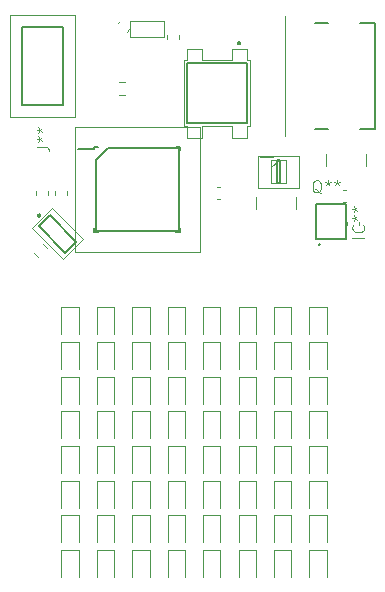
<source format=gbr>
%TF.GenerationSoftware,KiCad,Pcbnew,8.0.2*%
%TF.CreationDate,2024-08-28T15:29:28+05:30*%
%TF.ProjectId,CTF LED matrix,43544620-4c45-4442-906d-61747269782e,rev?*%
%TF.SameCoordinates,Original*%
%TF.FileFunction,Legend,Top*%
%TF.FilePolarity,Positive*%
%FSLAX46Y46*%
G04 Gerber Fmt 4.6, Leading zero omitted, Abs format (unit mm)*
G04 Created by KiCad (PCBNEW 8.0.2) date 2024-08-28 15:29:28*
%MOMM*%
%LPD*%
G01*
G04 APERTURE LIST*
%ADD10C,0.120000*%
%ADD11C,0.200000*%
%ADD12C,0.100000*%
%ADD13C,0.050000*%
%ADD14C,0.127000*%
%ADD15C,0.108000*%
%ADD16C,0.120650*%
%ADD17C,0.150000*%
G04 APERTURE END LIST*
D10*
X161113430Y-85216670D02*
X161113430Y-86216670D01*
X157753430Y-85216690D02*
X157753430Y-86216690D01*
D11*
X157170260Y-92806580D02*
X157175020Y-92800370D01*
X157188470Y-92792610D02*
X157196240Y-92791580D01*
X157181240Y-92795600D02*
X157188470Y-92792610D01*
X157175020Y-92800370D02*
X157181240Y-92795600D01*
X157166240Y-92821580D02*
X157167260Y-92813820D01*
X157167260Y-92813820D02*
X157170260Y-92806580D01*
X157167260Y-92829350D02*
X157166240Y-92821580D01*
X157170260Y-92836580D02*
X157167260Y-92829350D01*
X157175020Y-92842800D02*
X157170260Y-92836580D01*
X157181240Y-92847560D02*
X157175020Y-92842800D01*
X157188470Y-92850560D02*
X157181240Y-92847560D01*
X157196240Y-92851580D02*
X157188470Y-92850560D01*
X157204000Y-92850560D02*
X157196240Y-92851580D01*
X157217450Y-92842800D02*
X157211240Y-92847560D01*
X157222220Y-92836580D02*
X157217450Y-92842800D01*
X157211240Y-92795600D02*
X157217450Y-92800370D01*
X156926220Y-89416580D02*
X159426220Y-89416570D01*
D10*
X141351330Y-115792480D02*
X141351330Y-118077480D01*
X142821330Y-118077480D02*
X142821330Y-115792480D01*
X157821330Y-118077480D02*
X157821330Y-115792480D01*
X147351330Y-115792480D02*
X147351330Y-118077480D01*
X151821330Y-115792480D02*
X150351330Y-115792480D01*
D12*
X135532730Y-81063580D02*
X131982730Y-81063590D01*
D10*
X136821330Y-115792480D02*
X135351330Y-115792480D01*
X136821330Y-118077480D02*
X136821330Y-115792480D01*
D12*
X131982730Y-81063590D02*
X131982710Y-74413590D01*
X135532710Y-74413580D02*
X135532730Y-81063580D01*
D10*
X142821330Y-115792480D02*
X141351330Y-115792480D01*
X144351330Y-115792480D02*
X144351330Y-118077480D01*
X151869730Y-88824390D02*
X151869730Y-89824390D01*
D11*
X157225220Y-92829350D02*
X157222220Y-92836580D01*
X157225220Y-92813820D02*
X157226240Y-92821580D01*
X157217450Y-92800370D02*
X157222220Y-92806580D01*
D10*
X150351330Y-115792480D02*
X150351330Y-118077480D01*
D13*
X154244810Y-73493280D02*
X154244850Y-83633280D01*
D10*
X148821330Y-115792480D02*
X147351330Y-115792480D01*
D12*
X130982740Y-82063590D02*
X130982700Y-73413590D01*
D14*
X161894850Y-83033260D02*
X160644850Y-83033260D01*
X157944850Y-83033270D02*
X156844850Y-83033270D01*
D12*
X136532740Y-82063570D02*
X130982740Y-82063590D01*
D14*
X161894810Y-74093260D02*
X160644810Y-74093260D01*
D10*
X156351330Y-115792480D02*
X156351330Y-118077480D01*
X139821330Y-115792480D02*
X138351330Y-115792480D01*
X155229730Y-88824370D02*
X155229730Y-89824370D01*
D12*
X136532700Y-73413570D02*
X136532740Y-82063570D01*
D10*
X154821330Y-115792480D02*
X153351330Y-115792480D01*
D12*
X130982700Y-73413590D02*
X136532700Y-73413570D01*
D11*
X157222220Y-92806580D02*
X157225220Y-92813820D01*
D14*
X157944810Y-74093270D02*
X156844810Y-74093270D01*
D10*
X135351330Y-115792480D02*
X135351330Y-118077480D01*
X138351330Y-115792480D02*
X138351330Y-118077480D01*
D11*
X157204000Y-92792610D02*
X157211240Y-92795600D01*
X159426220Y-89416570D02*
X159426240Y-92416570D01*
X159426240Y-92416570D02*
X156926240Y-92416580D01*
X156926240Y-92416580D02*
X156926220Y-89416580D01*
D14*
X161894850Y-83033260D02*
X161894810Y-74093260D01*
D10*
X157821330Y-115792480D02*
X156351330Y-115792480D01*
X153351330Y-115792480D02*
X153351330Y-118077480D01*
D11*
X157226240Y-92821580D02*
X157225220Y-92829350D01*
D10*
X139821330Y-118077480D02*
X139821330Y-115792480D01*
D11*
X157211240Y-92847560D02*
X157204000Y-92850560D01*
D10*
X148821330Y-118077480D02*
X148821330Y-115792480D01*
X151821330Y-118077480D02*
X151821330Y-115792480D01*
D11*
X157196240Y-92791580D02*
X157204000Y-92792610D01*
D10*
X145821330Y-115792480D02*
X144351330Y-115792480D01*
D12*
X131982710Y-74413590D02*
X135532710Y-74413580D01*
D10*
X145821330Y-118077480D02*
X145821330Y-115792480D01*
X154821330Y-118077480D02*
X154821330Y-115792480D01*
D11*
X131982730Y-81063590D02*
X135532730Y-81063580D01*
D10*
X142821330Y-106971980D02*
X141351330Y-106971980D01*
D11*
X131982710Y-74413590D02*
X131982730Y-81063590D01*
X135532710Y-74413580D02*
X131982710Y-74413590D01*
X135532730Y-81063580D02*
X135532710Y-74413580D01*
D10*
X141351330Y-106971980D02*
X141351330Y-109256980D01*
X142821330Y-109256980D02*
X142821330Y-106971980D01*
X156351330Y-106971980D02*
X156351330Y-109256980D01*
X157821330Y-106971980D02*
X156351330Y-106971980D01*
X144351330Y-106971980D02*
X144351330Y-109256980D01*
X145821330Y-106971980D02*
X144351330Y-106971980D01*
X145821330Y-109256980D02*
X145821330Y-106971980D01*
X153351330Y-106971980D02*
X153351330Y-109256980D01*
X154821330Y-106971980D02*
X153351330Y-106971980D01*
X154821330Y-109256980D02*
X154821330Y-106971980D01*
X148821330Y-106971980D02*
X147351330Y-106971980D01*
X150351330Y-106971980D02*
X150351330Y-109256980D01*
X151821330Y-106971980D02*
X150351330Y-106971980D01*
X136821330Y-109256980D02*
X136821330Y-106971980D01*
X141351330Y-98151380D02*
X141351330Y-100436380D01*
X145821330Y-98151380D02*
X144351330Y-98151380D01*
X145821330Y-100436380D02*
X145821330Y-98151380D01*
X154821330Y-100436380D02*
X154821330Y-98151380D01*
X147351330Y-98151380D02*
X147351330Y-100436380D01*
X153351330Y-98151380D02*
X153351330Y-100436380D01*
X154821330Y-98151380D02*
X153351330Y-98151380D01*
X136821330Y-98151380D02*
X135351330Y-98151380D01*
X139821330Y-100436380D02*
X139821330Y-98151380D01*
D13*
X146029030Y-76303480D02*
X146029030Y-77253480D01*
X151329030Y-82853480D02*
X151029030Y-82853480D01*
D15*
X141176530Y-73955480D02*
X144021330Y-73955480D01*
D10*
X148821330Y-98151380D02*
X147351330Y-98151380D01*
D13*
X145729030Y-77253480D02*
X146029030Y-77253480D01*
D10*
X139821330Y-98151380D02*
X138351330Y-98151380D01*
X138351330Y-98151380D02*
X138351330Y-100436380D01*
X144351330Y-98151380D02*
X144351330Y-100436380D01*
D13*
X151029030Y-83803480D02*
X151029030Y-82853480D01*
D10*
X148821330Y-100436380D02*
X148821330Y-98151380D01*
X142821330Y-100436380D02*
X142821330Y-98151380D01*
D15*
X141176530Y-75276280D02*
X141176530Y-73955480D01*
D13*
X146029030Y-76303480D02*
X147279030Y-76303480D01*
X149779030Y-82853480D02*
X147279030Y-82853480D01*
X147279030Y-83803480D02*
X147279030Y-82853480D01*
D10*
X136821330Y-106971980D02*
X135351330Y-106971980D01*
X136821330Y-100436380D02*
X136821330Y-98151380D01*
X138351330Y-106971980D02*
X138351330Y-109256980D01*
X150351330Y-98151380D02*
X150351330Y-100436380D01*
D15*
X144021330Y-75276280D02*
X141176530Y-75276280D01*
D10*
X135351330Y-106971980D02*
X135351330Y-109256980D01*
X139821330Y-106971980D02*
X138351330Y-106971980D01*
X157821330Y-100436380D02*
X157821330Y-98151380D01*
X139821330Y-109256980D02*
X139821330Y-106971980D01*
X151821330Y-100436380D02*
X151821330Y-98151380D01*
X142821330Y-98151380D02*
X141351330Y-98151380D01*
X151821330Y-109256980D02*
X151821330Y-106971980D01*
D15*
X144021330Y-73955480D02*
X144021330Y-75276280D01*
D10*
X157821330Y-109256980D02*
X157821330Y-106971980D01*
X148821330Y-109256980D02*
X148821330Y-106971980D01*
X135351330Y-98151380D02*
X135351330Y-100436380D01*
D13*
X149779030Y-83803480D02*
X149779030Y-82853480D01*
D10*
X157821330Y-98151380D02*
X156351330Y-98151380D01*
X151821330Y-98151380D02*
X150351330Y-98151380D01*
X147351330Y-106971980D02*
X147351330Y-109256980D01*
X156351330Y-98151380D02*
X156351330Y-100436380D01*
D13*
X151029030Y-83803480D02*
X149779030Y-83803480D01*
X145729030Y-77253480D02*
X145729030Y-82853480D01*
X145729030Y-82853480D02*
X146029030Y-82853480D01*
X146029030Y-83803480D02*
X147279030Y-83803480D01*
X151329030Y-82853480D02*
X151329030Y-77253480D01*
X151329030Y-77253480D02*
X151029030Y-77253480D01*
X149779030Y-76303480D02*
X149779030Y-77253480D01*
D14*
X149709030Y-77503480D02*
X147349030Y-77503480D01*
X145979030Y-82303480D02*
X145979030Y-77803480D01*
X151079030Y-82303480D02*
X151079030Y-77803480D01*
D11*
X150454030Y-75890080D02*
X150429910Y-75900070D01*
X150490630Y-75753480D02*
X150500620Y-75777600D01*
X150474740Y-75732770D02*
X150490630Y-75753480D01*
X150454030Y-75716870D02*
X150474740Y-75732770D01*
X150504030Y-75803480D02*
X150500620Y-75829360D01*
X150317420Y-75853480D02*
X150307430Y-75829360D01*
X150378140Y-75900070D02*
X150354030Y-75890080D01*
X150317420Y-75753480D02*
X150333320Y-75732770D01*
X150429910Y-75706880D02*
X150454030Y-75716870D01*
X150474740Y-75874190D02*
X150454030Y-75890080D01*
X150490630Y-75853480D02*
X150474740Y-75874190D01*
X150354030Y-75890080D02*
X150333320Y-75874190D01*
X150500620Y-75829360D02*
X150490630Y-75853480D01*
X150354030Y-75716880D02*
X150378140Y-75706890D01*
X150500620Y-75777600D02*
X150504030Y-75803480D01*
X150304030Y-75803480D02*
X150307430Y-75777600D01*
X150378140Y-75706890D02*
X150404030Y-75703480D01*
X150304030Y-75803480D02*
X150307430Y-75777600D01*
X150404030Y-75903480D02*
X150378140Y-75900070D01*
X150378140Y-75706890D02*
X150404030Y-75703480D01*
X150333320Y-75732770D02*
X150354030Y-75716880D01*
D14*
X145979030Y-82603480D02*
X151079030Y-82603480D01*
X145979030Y-77503480D02*
X145979030Y-82603480D01*
X151079030Y-77503480D02*
X145979030Y-77503480D01*
D11*
X150500620Y-75829360D02*
X150490630Y-75853480D01*
D14*
X151079030Y-82603480D02*
X151079030Y-77503480D01*
D11*
X150354030Y-75716880D02*
X150378140Y-75706890D01*
X150490630Y-75853480D02*
X150474740Y-75874190D01*
X150474740Y-75732770D02*
X150490630Y-75753480D01*
X150429910Y-75900070D02*
X150404030Y-75903480D01*
X150474740Y-75874190D02*
X150454030Y-75890080D01*
X150454030Y-75716870D02*
X150474740Y-75732770D01*
X150307430Y-75829360D02*
X150304030Y-75803480D01*
X150454030Y-75890080D02*
X150429910Y-75900070D01*
X150504030Y-75803480D02*
X150500620Y-75829360D01*
D13*
X151029030Y-76303480D02*
X149779030Y-76303480D01*
D11*
X150333320Y-75732770D02*
X150354030Y-75716880D01*
X150307430Y-75829360D02*
X150304030Y-75803480D01*
X150500620Y-75777600D02*
X150504030Y-75803480D01*
D13*
X146029030Y-83803480D02*
X146029030Y-82853480D01*
D14*
X147349030Y-82603480D02*
X149709030Y-82603480D01*
D11*
X150404030Y-75703480D02*
X150429910Y-75706880D01*
D13*
X151029030Y-76303480D02*
X151029030Y-77253480D01*
X147279030Y-76303480D02*
X147279030Y-77253480D01*
X149779030Y-77253480D02*
X147279030Y-77253480D01*
D11*
X150307430Y-75777600D02*
X150317420Y-75753480D01*
X150317420Y-75853480D02*
X150307430Y-75829360D01*
X150429910Y-75900070D02*
X150404030Y-75903480D01*
X150317420Y-75753480D02*
X150333320Y-75732770D01*
X150490630Y-75753480D02*
X150500620Y-75777600D01*
X150307430Y-75777600D02*
X150317420Y-75753480D01*
X150333320Y-75874190D02*
X150317420Y-75853480D01*
X150429910Y-75706880D02*
X150454030Y-75716870D01*
X150404030Y-75703480D02*
X150429910Y-75706880D01*
X133467990Y-90291050D02*
X133493870Y-90294460D01*
D14*
X135695390Y-93537670D02*
X133432640Y-91274930D01*
X133432640Y-91274930D02*
X134351870Y-90355690D01*
D11*
X133564580Y-90365170D02*
X133567990Y-90391050D01*
X133554590Y-90441050D02*
X133538700Y-90461760D01*
X133564580Y-90416930D02*
X133554590Y-90441050D01*
X133538700Y-90320340D02*
X133554590Y-90341050D01*
X133517990Y-90304450D02*
X133538700Y-90320340D01*
X133567990Y-90391050D02*
X133564580Y-90416930D01*
X133554590Y-90341050D02*
X133564580Y-90365170D01*
X133493870Y-90294460D02*
X133517990Y-90304450D01*
X133442110Y-90294460D02*
X133467990Y-90291050D01*
X133417990Y-90304450D02*
X133442110Y-90294460D01*
X133397280Y-90320340D02*
X133417990Y-90304450D01*
X133381390Y-90341050D02*
X133397280Y-90320340D01*
X133371400Y-90365170D02*
X133381390Y-90341050D01*
X133371400Y-90416930D02*
X133367990Y-90391050D01*
X133417990Y-90477650D02*
X133397280Y-90461760D01*
X133381390Y-90441050D02*
X133371400Y-90416930D01*
X133397280Y-90461760D02*
X133381390Y-90441050D01*
X133467990Y-90491050D02*
X133442110Y-90487640D01*
X133517990Y-90477650D02*
X133493870Y-90487640D01*
X133538700Y-90461760D02*
X133517990Y-90477650D01*
D10*
X141351330Y-104031780D02*
X141351330Y-106316780D01*
X157821330Y-104031780D02*
X156351330Y-104031780D01*
X153351330Y-104031780D02*
X153351330Y-106316780D01*
X144272530Y-75422380D02*
X144272530Y-75141180D01*
X154821330Y-109912080D02*
X153351330Y-109912080D01*
X157821330Y-112197080D02*
X157821330Y-109912080D01*
X153351330Y-109912080D02*
X153351330Y-112197080D01*
X151821330Y-109912080D02*
X150351330Y-109912080D01*
X147351330Y-104031780D02*
X147351330Y-106316780D01*
X142821330Y-112197080D02*
X142821330Y-109912080D01*
X141351330Y-109912080D02*
X141351330Y-112197080D01*
X157821330Y-109912080D02*
X156351330Y-109912080D01*
X154821330Y-112197080D02*
X154821330Y-109912080D01*
X144351330Y-109912080D02*
X144351330Y-112197080D01*
X145821330Y-109912080D02*
X144351330Y-109912080D01*
X150351330Y-104031780D02*
X150351330Y-106316780D01*
X147351330Y-109912080D02*
X147351330Y-112197080D01*
X136821330Y-109912080D02*
X135351330Y-109912080D01*
X142821330Y-104031780D02*
X141351330Y-104031780D01*
X145821330Y-112197080D02*
X145821330Y-109912080D01*
X142821330Y-106316780D02*
X142821330Y-104031780D01*
X156351330Y-104031780D02*
X156351330Y-106316780D01*
X139821330Y-104031780D02*
X138351330Y-104031780D01*
X144351330Y-104031780D02*
X144351330Y-106316780D01*
X145821330Y-106316780D02*
X145821330Y-104031780D01*
X142821330Y-109912080D02*
X141351330Y-109912080D01*
X138351330Y-109912080D02*
X138351330Y-112197080D01*
X139821330Y-109912080D02*
X138351330Y-109912080D01*
X148821330Y-106316780D02*
X148821330Y-104031780D01*
X148821330Y-109912080D02*
X147351330Y-109912080D01*
X151821330Y-106316780D02*
X151821330Y-104031780D01*
X136821330Y-106316780D02*
X136821330Y-104031780D01*
X154821330Y-106316780D02*
X154821330Y-104031780D01*
X154821330Y-104031780D02*
X153351330Y-104031780D01*
X135351330Y-109912080D02*
X135351330Y-112197080D01*
X138351330Y-104031780D02*
X138351330Y-106316780D01*
X136821330Y-104031780D02*
X135351330Y-104031780D01*
X148821330Y-104031780D02*
X147351330Y-104031780D01*
X151821330Y-104031780D02*
X150351330Y-104031780D01*
X139821330Y-106316780D02*
X139821330Y-104031780D01*
D11*
X133367990Y-90391050D02*
X133371400Y-90365170D01*
D10*
X150351330Y-109912080D02*
X150351330Y-112197080D01*
X135351330Y-104031780D02*
X135351330Y-106316780D01*
X136821330Y-112197080D02*
X136821330Y-109912080D01*
D11*
X133442110Y-90487640D02*
X133417990Y-90477650D01*
X133493870Y-90487640D02*
X133467990Y-90491050D01*
D10*
X148821330Y-112197080D02*
X148821330Y-109912080D01*
X157821330Y-106316780D02*
X157821330Y-104031780D01*
X145292530Y-75422380D02*
X145292530Y-75141180D01*
X145821330Y-104031780D02*
X144351330Y-104031780D01*
X151821330Y-112197080D02*
X151821330Y-109912080D01*
X156351330Y-109912080D02*
X156351330Y-112197080D01*
X139821330Y-112197080D02*
X139821330Y-109912080D01*
X142821330Y-112852280D02*
X141351330Y-112852280D01*
X157821330Y-115137280D02*
X157821330Y-112852280D01*
X160592530Y-91226780D02*
X160592530Y-90945580D01*
X159572530Y-91226780D02*
X159572530Y-90945580D01*
X141351330Y-112852280D02*
X141351330Y-115137280D01*
X142821330Y-115137280D02*
X142821330Y-112852280D01*
X156351330Y-112852280D02*
X156351330Y-115137280D01*
X157821330Y-112852280D02*
X156351330Y-112852280D01*
X148821330Y-112852280D02*
X147351330Y-112852280D01*
X144351330Y-112852280D02*
X144351330Y-115137280D01*
X145821330Y-112852280D02*
X144351330Y-112852280D01*
X154821330Y-112852280D02*
X153351330Y-112852280D01*
X139821330Y-112852280D02*
X138351330Y-112852280D01*
X153351330Y-118732680D02*
X153351330Y-121017680D01*
X145821330Y-115137280D02*
X145821330Y-112852280D01*
D11*
X153903730Y-85674580D02*
X153903730Y-87674580D01*
D10*
X138351330Y-112852280D02*
X138351330Y-115137280D01*
X153351330Y-112852280D02*
X153351330Y-115137280D01*
X156351330Y-118732680D02*
X156351330Y-121017680D01*
X147351330Y-112852280D02*
X147351330Y-115137280D01*
X159207130Y-89230580D02*
X159488330Y-89230580D01*
X135351330Y-118732680D02*
X135351330Y-121017680D01*
D12*
X153128730Y-86324580D02*
X153778730Y-85674580D01*
D10*
X139821330Y-115137280D02*
X139821330Y-112852280D01*
X148821330Y-115137280D02*
X148821330Y-112852280D01*
X151821330Y-118732680D02*
X150351330Y-118732680D01*
X151821330Y-112852280D02*
X150351330Y-112852280D01*
X142821330Y-118732680D02*
X141351330Y-118732680D01*
X154821330Y-121017680D02*
X154821330Y-118732680D01*
X151821330Y-121017680D02*
X151821330Y-118732680D01*
X151821330Y-115137280D02*
X151821330Y-112852280D01*
X136821330Y-121017680D02*
X136821330Y-118732680D01*
X148821330Y-121017680D02*
X148821330Y-118732680D01*
D13*
X155503730Y-85324580D02*
X155503730Y-88024580D01*
D10*
X136821330Y-112852280D02*
X135351330Y-112852280D01*
X159207130Y-88210580D02*
X159488330Y-88210580D01*
X142821330Y-121017680D02*
X142821330Y-118732680D01*
X150351330Y-118732680D02*
X150351330Y-121017680D01*
D13*
X152003730Y-88024580D02*
X152003730Y-85324580D01*
D10*
X138351330Y-118732680D02*
X138351330Y-121017680D01*
X157821330Y-121017680D02*
X157821330Y-118732680D01*
X157821330Y-118732680D02*
X156351330Y-118732680D01*
X144351330Y-118732680D02*
X144351330Y-121017680D01*
X148821330Y-118732680D02*
X147351330Y-118732680D01*
X136821330Y-118732680D02*
X135351330Y-118732680D01*
X139821330Y-118732680D02*
X138351330Y-118732680D01*
X145821330Y-118732680D02*
X144351330Y-118732680D01*
X145821330Y-121017680D02*
X145821330Y-118732680D01*
X147351330Y-118732680D02*
X147351330Y-121017680D01*
D11*
X153603730Y-85674580D02*
X153903730Y-85674580D01*
X152253730Y-85474580D02*
X153253730Y-85474580D01*
X153903730Y-87674580D02*
X153603730Y-87674580D01*
D10*
X141351330Y-118732680D02*
X141351330Y-121017680D01*
X154821330Y-115137280D02*
X154821330Y-112852280D01*
X136821330Y-115137280D02*
X136821330Y-112852280D01*
X139821330Y-121017680D02*
X139821330Y-118732680D01*
X135351330Y-112852280D02*
X135351330Y-115137280D01*
D11*
X153603730Y-87674580D02*
X153603730Y-85674580D01*
D12*
X153128730Y-87674580D02*
X153128730Y-85674580D01*
D10*
X150351330Y-112852280D02*
X150351330Y-115137280D01*
D13*
X152003730Y-85324580D02*
X155503730Y-85324580D01*
X155503730Y-88024580D02*
X152003730Y-88024580D01*
D10*
X154821330Y-118732680D02*
X153351330Y-118732680D01*
D12*
X154378730Y-87674580D02*
X153128730Y-87674580D01*
X154378730Y-85674580D02*
X154378730Y-87674580D01*
X153128730Y-85674580D02*
X154378730Y-85674580D01*
D10*
X141351330Y-101091580D02*
X141351330Y-103376580D01*
X142821330Y-101091580D02*
X141351330Y-101091580D01*
X142821330Y-103376580D02*
X142821330Y-101091580D01*
X157821330Y-101091580D02*
X156351330Y-101091580D01*
X144351330Y-101091580D02*
X144351330Y-103376580D01*
X145821330Y-103376580D02*
X145821330Y-101091580D01*
X154821330Y-101091580D02*
X153351330Y-101091580D01*
X154821330Y-103376580D02*
X154821330Y-101091580D01*
X148821330Y-101091580D02*
X147351330Y-101091580D01*
X150351330Y-101091580D02*
X150351330Y-103376580D01*
X151821330Y-101091580D02*
X150351330Y-101091580D01*
X139821330Y-101091580D02*
X138351330Y-101091580D01*
D16*
X160416210Y-89987560D02*
X160222680Y-89842420D01*
X160416210Y-90761660D02*
X160222680Y-90616510D01*
X160125920Y-90858420D02*
X160222680Y-90616510D01*
D10*
X151821330Y-103376580D02*
X151821330Y-101091580D01*
X136821330Y-101091580D02*
X135351330Y-101091580D01*
X136821330Y-103376580D02*
X136821330Y-101091580D01*
X139821330Y-103376580D02*
X139821330Y-101091580D01*
X140346520Y-73920940D02*
X140147690Y-74119770D01*
D16*
X160222680Y-89842420D02*
X160416210Y-89697280D01*
X159980780Y-91487370D02*
X159980780Y-91390610D01*
X160222680Y-89842420D02*
X160125920Y-89600510D01*
X159980780Y-89842420D02*
X160222680Y-89842420D01*
X160900020Y-91197080D02*
X160948400Y-91245470D01*
X160851630Y-91729280D02*
X160754870Y-91777660D01*
X133705620Y-83299930D02*
X133512090Y-83154790D01*
X160996780Y-91487370D02*
X160948400Y-91632510D01*
X160125920Y-90084320D02*
X160222680Y-89842420D01*
X160416210Y-91826040D02*
X160222680Y-91777660D01*
X160222680Y-90616510D02*
X160416210Y-90471370D01*
X160222680Y-90616510D02*
X160125920Y-90374610D01*
X159980780Y-91390610D02*
X160029160Y-91245470D01*
X133415330Y-84170790D02*
X133512090Y-83928880D01*
X159980780Y-90616510D02*
X160222680Y-90616510D01*
X160029160Y-91245470D02*
X160077540Y-91197080D01*
X160222680Y-91777660D02*
X160125920Y-91729280D01*
X160029160Y-91632510D02*
X159980780Y-91487370D01*
X160125920Y-91729280D02*
X160029160Y-91632510D01*
X160754870Y-91777660D02*
X160561350Y-91826040D01*
X133512090Y-83154790D02*
X133705620Y-83009640D01*
X133415330Y-83396690D02*
X133512090Y-83154790D01*
X133705620Y-84074020D02*
X133512090Y-83928880D01*
X160948400Y-91245470D02*
X160996780Y-91390610D01*
X160948400Y-91632510D02*
X160851630Y-91729280D01*
X160996780Y-91390610D02*
X160996780Y-91487370D01*
X133512090Y-83928880D02*
X133415330Y-83686980D01*
X133512090Y-83928880D02*
X133705620Y-83783740D01*
X160996780Y-92261470D02*
X159980780Y-92261470D01*
X133512090Y-83154790D02*
X133415330Y-82912880D01*
D10*
X156351330Y-101091580D02*
X156351330Y-103376580D01*
X157821330Y-103376580D02*
X157821330Y-101091580D01*
X145821330Y-101091580D02*
X144351330Y-101091580D01*
X153351330Y-101091580D02*
X153351330Y-103376580D01*
D16*
X133270190Y-83154790D02*
X133512090Y-83154790D01*
D10*
X147351330Y-101091580D02*
X147351330Y-103376580D01*
X148821330Y-103376580D02*
X148821330Y-101091580D01*
X135351330Y-101091580D02*
X135351330Y-103376580D01*
X138351330Y-101091580D02*
X138351330Y-103376580D01*
X141067770Y-74642190D02*
X140868930Y-74841020D01*
D16*
X160561350Y-91826040D02*
X160416210Y-91826040D01*
X134286190Y-84848120D02*
X134286190Y-84944880D01*
X133270190Y-83928880D02*
X133512090Y-83928880D01*
X134237810Y-84702980D02*
X134286190Y-84848120D01*
X134141050Y-84606210D02*
X134237810Y-84702980D01*
X133995900Y-84557830D02*
X134141050Y-84606210D01*
X133270190Y-84557830D02*
X133995900Y-84557830D01*
X158673070Y-87656330D02*
X158818210Y-87849860D01*
X158527930Y-87849860D02*
X158673070Y-87656330D01*
X158673070Y-87656330D02*
X158914970Y-87559570D01*
X158431160Y-87559570D02*
X158673070Y-87656330D01*
X158673070Y-87414430D02*
X158673070Y-87656330D01*
X157898970Y-87656330D02*
X158044120Y-87849860D01*
X157753830Y-87849860D02*
X157898970Y-87656330D01*
X157898970Y-87656330D02*
X158140880Y-87559570D01*
X157657070Y-87559570D02*
X157898970Y-87656330D01*
X157898970Y-87414430D02*
X157898970Y-87656330D01*
X157173260Y-88382050D02*
X157076500Y-88430430D01*
X157318400Y-88091760D02*
X157270020Y-88285280D01*
X157173260Y-87462810D02*
X157270020Y-87559570D01*
X156689450Y-87559570D02*
X156786210Y-87462810D01*
X157028120Y-88236900D02*
X156931350Y-88188520D01*
X156882970Y-88430430D02*
X156786210Y-88382050D01*
X156641070Y-88091760D02*
X156641070Y-87753090D01*
X156689450Y-88285280D02*
X156641070Y-88091760D01*
X156931350Y-88188520D02*
X156834590Y-88188520D01*
X157270020Y-88285280D02*
X157173260Y-88382050D01*
X156882970Y-87414430D02*
X157076500Y-87414430D01*
X156786210Y-87462810D02*
X156882970Y-87414430D01*
X156641070Y-87753090D02*
X156689450Y-87559570D01*
X157366780Y-88527190D02*
X157270020Y-88478810D01*
X157318400Y-87753090D02*
X157318400Y-88091760D01*
X157270020Y-87559570D02*
X157318400Y-87753090D01*
X157076500Y-87414430D02*
X157173260Y-87462810D01*
X157270020Y-88478810D02*
X157173260Y-88382050D01*
X157173260Y-88382050D02*
X157028120Y-88236900D01*
X156786210Y-88382050D02*
X156689450Y-88285280D01*
X157076500Y-88430430D02*
X156882970Y-88430430D01*
D11*
X150333320Y-75874190D02*
X150317420Y-75853480D01*
X150354030Y-75890080D02*
X150333320Y-75874190D01*
X150378140Y-75900070D02*
X150354030Y-75890080D01*
X150404030Y-75903480D02*
X150378140Y-75900070D01*
D10*
X133233930Y-88357480D02*
X133233930Y-88638680D01*
X134253930Y-88357480D02*
X134253930Y-88638680D01*
D17*
X145403230Y-91804080D02*
X145078230Y-91804080D01*
D10*
X148793230Y-89001180D02*
X148512030Y-89001180D01*
D17*
X138153230Y-84779080D02*
X136728230Y-84779080D01*
X145403230Y-84554080D02*
X145078230Y-84554080D01*
X138153230Y-91804080D02*
X138478230Y-91804080D01*
X138153230Y-84554080D02*
X138478230Y-84554080D01*
X138153230Y-91804080D02*
X138153230Y-91479080D01*
X138278230Y-85679080D02*
X139278230Y-84679080D01*
D14*
X133432640Y-91274930D02*
X134351870Y-90355690D01*
D17*
X138153230Y-84554080D02*
X138153230Y-84779080D01*
D11*
X133564580Y-90365170D02*
X133567990Y-90391050D01*
D17*
X145403230Y-84554080D02*
X145403230Y-84879080D01*
D11*
X133397280Y-90461760D02*
X133381390Y-90441050D01*
D13*
X136478230Y-93479080D02*
X147078230Y-93479080D01*
X136478230Y-82879080D02*
X136478230Y-93479080D01*
D10*
X134790130Y-88337380D02*
X134790130Y-88618580D01*
X135810130Y-88337380D02*
X135810130Y-88618580D01*
D11*
X133442110Y-90294460D02*
X133467990Y-90291050D01*
D13*
X137180310Y-92406290D02*
X135483260Y-94103350D01*
D11*
X133381390Y-90341050D02*
X133397280Y-90320340D01*
D14*
X136614620Y-92618430D02*
X135695390Y-93537670D01*
D11*
X133442110Y-90487640D02*
X133417990Y-90477650D01*
D13*
X147078230Y-82879080D02*
X147078230Y-93479080D01*
D11*
X133367990Y-90391050D02*
X133371400Y-90365170D01*
D10*
X140257930Y-79118680D02*
X140732530Y-79118680D01*
D17*
X145278230Y-84679080D02*
X145278230Y-91679080D01*
D10*
X140257930Y-80163680D02*
X140732530Y-80163680D01*
D11*
X133493870Y-90294460D02*
X133517990Y-90304450D01*
X133397280Y-90320340D02*
X133417990Y-90304450D01*
X133493870Y-90487640D02*
X133467990Y-90491050D01*
D13*
X134564000Y-89790010D02*
X137180310Y-92406290D01*
X132866950Y-91487070D02*
X134564000Y-89790010D01*
D11*
X133467990Y-90491050D02*
X133442110Y-90487640D01*
X133538700Y-90320340D02*
X133554590Y-90341050D01*
D17*
X139278230Y-84679080D02*
X145278230Y-84679080D01*
D11*
X133538700Y-90461760D02*
X133517990Y-90477650D01*
D13*
X136478230Y-82879080D02*
X147078230Y-82879080D01*
D10*
X133803990Y-92818820D02*
X134139590Y-93154410D01*
D11*
X133517990Y-90477650D02*
X133493870Y-90487640D01*
X133371400Y-90416930D02*
X133367990Y-90391050D01*
D17*
X138278230Y-91679080D02*
X138278230Y-85679080D01*
D14*
X136614620Y-92618430D02*
X135695390Y-93537670D01*
D10*
X133065070Y-93557750D02*
X133400660Y-93893340D01*
D11*
X133371400Y-90365170D02*
X133381390Y-90341050D01*
X133554590Y-90341050D02*
X133564580Y-90365170D01*
X133567990Y-90391050D02*
X133564580Y-90416930D01*
X133381390Y-90441050D02*
X133371400Y-90416930D01*
D10*
X148793230Y-87981180D02*
X148512030Y-87981180D01*
D17*
X145278230Y-91679080D02*
X138278230Y-91679080D01*
D13*
X135483260Y-94103350D02*
X132866950Y-91487070D01*
D11*
X133417990Y-90477650D02*
X133397280Y-90461760D01*
D14*
X134351870Y-90355690D02*
X136614620Y-92618430D01*
D11*
X133564580Y-90416930D02*
X133554590Y-90441050D01*
X133417990Y-90304450D02*
X133442110Y-90294460D01*
D17*
X145403230Y-91804080D02*
X145403230Y-91479080D01*
D11*
X133467990Y-90291050D02*
X133493870Y-90294460D01*
X133517990Y-90304450D02*
X133538700Y-90320340D01*
X133554590Y-90441050D02*
X133538700Y-90461760D01*
M02*

</source>
